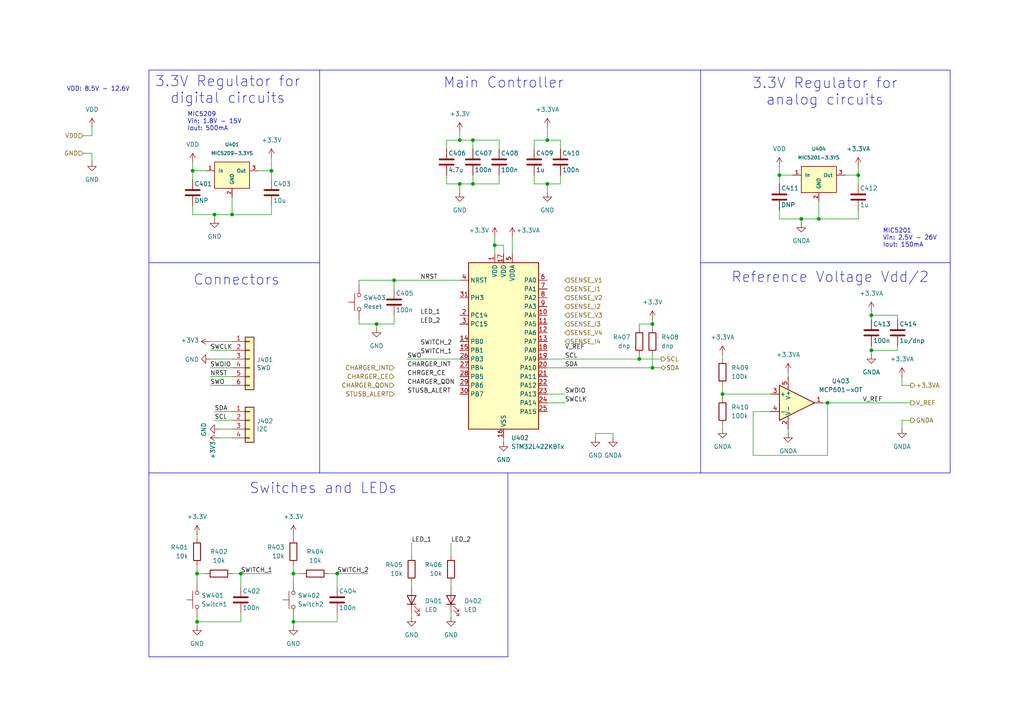
<source format=kicad_sch>
(kicad_sch (version 20231120) (generator "eeschema") (generator_version "8.0")
  (paper "A4")
  (lib_symbols
    (symbol "Amplifier_Operational:MCP601-xOT" (pin_names (offset 0.127))
      (property "Reference" "U" (at -1.27 6.35 0))
      (property "Value" "MCP601-xOT" (at -1.27 3.81 0))
      (symbol "MCP601-xOT_0_1"
        (polyline (pts (xy -5.08 5.08) (xy 5.08 0) (xy -5.08 -5.08) (xy -5.08 5.08)) (stroke (width 0.254)) (fill (type background)))
        (pin power_in line (at -2.54 -7.62 90) (length 3.81) (name "V-") (number "2"))
        (pin power_in line (at -2.54 7.62 270) (length 3.81) (name "V+") (number "5"))
      )
      (symbol "MCP601-xOT_1_1"
        (pin output line (at 7.62 0 180) (length 2.54) (name "~") (number "1"))
        (pin input line (at -7.62 2.54 0) (length 2.54) (name "+") (number "3"))
        (pin input line (at -7.62 -2.54 0) (length 2.54) (name "-") (number "4"))
      )
    )
    (symbol "Connector_Generic:Conn_01x04" (pin_names (offset 1.016) hide)
      (property "Reference" "J" (at 0 5.08 0))
      (property "Value" "Conn_01x04" (at 0 -7.62 0))
      (symbol "Conn_01x04_1_1"
        (rectangle (start -1.27 -4.953) (end 0 -5.207) (stroke (width 0.1524)))
        (rectangle (start -1.27 -2.413) (end 0 -2.667) (stroke (width 0.1524)))
        (rectangle (start -1.27 0.127) (end 0 -0.127) (stroke (width 0.1524)))
        (rectangle (start -1.27 2.667) (end 0 2.413) (stroke (width 0.1524)))
        (rectangle (start -1.27 3.81) (end 1.27 -6.35) (stroke (width 0.254)) (fill (type background)))
        (pin passive line (at -5.08 2.54 0) (length 3.81) (name "Pin_1") (number "1"))
        (pin passive line (at -5.08 0 0) (length 3.81) (name "Pin_2") (number "2"))
        (pin passive line (at -5.08 -2.54 0) (length 3.81) (name "Pin_3") (number "3"))
        (pin passive line (at -5.08 -5.08 0) (length 3.81) (name "Pin_4") (number "4"))
      )
    )
    (symbol "Connector_Generic:Conn_01x06" (pin_names (offset 1.016) hide)
      (property "Reference" "J" (at 0 7.62 0))
      (property "Value" "Conn_01x06" (at 0 -10.16 0))
      (symbol "Conn_01x06_1_1"
        (rectangle (start -1.27 -7.493) (end 0 -7.747) (stroke (width 0.1524)))
        (rectangle (start -1.27 -4.953) (end 0 -5.207) (stroke (width 0.1524)))
        (rectangle (start -1.27 -2.413) (end 0 -2.667) (stroke (width 0.1524)))
        (rectangle (start -1.27 0.127) (end 0 -0.127) (stroke (width 0.1524)))
        (rectangle (start -1.27 2.667) (end 0 2.413) (stroke (width 0.1524)))
        (rectangle (start -1.27 5.207) (end 0 4.953) (stroke (width 0.1524)))
        (rectangle (start -1.27 6.35) (end 1.27 -8.89) (stroke (width 0.254)) (fill (type background)))
        (pin passive line (at -5.08 5.08 0) (length 3.81) (name "Pin_1") (number "1"))
        (pin passive line (at -5.08 2.54 0) (length 3.81) (name "Pin_2") (number "2"))
        (pin passive line (at -5.08 0 0) (length 3.81) (name "Pin_3") (number "3"))
        (pin passive line (at -5.08 -2.54 0) (length 3.81) (name "Pin_4") (number "4"))
        (pin passive line (at -5.08 -5.08 0) (length 3.81) (name "Pin_5") (number "5"))
        (pin passive line (at -5.08 -7.62 0) (length 3.81) (name "Pin_6") (number "6"))
      )
    )
    (symbol "Device:C" (pin_numbers hide) (pin_names (offset 0.254))
      (property "Reference" "C" (at 0.635 2.54 0))
      (property "Value" "C" (at 0.635 -2.54 0))
      (symbol "C_0_1"
        (polyline (pts (xy -2.032 -0.762) (xy 2.032 -0.762)) (stroke (width 0.508)))
        (polyline (pts (xy -2.032 0.762) (xy 2.032 0.762)) (stroke (width 0.508)))
      )
      (symbol "C_1_1"
        (pin passive line (at 0 3.81 270) (length 2.794) (name "~") (number "1"))
        (pin passive line (at 0 -3.81 90) (length 2.794) (name "~") (number "2"))
      )
    )
    (symbol "Device:LED" (pin_numbers hide) (pin_names (offset 1.016) hide)
      (property "Reference" "D" (at 0 2.54 0))
      (property "Value" "LED" (at 0 -2.54 0))
      (symbol "LED_0_1"
        (polyline (pts (xy -1.27 -1.27) (xy -1.27 1.27)) (stroke (width 0.254)))
        (polyline (pts (xy -1.27 0) (xy 1.27 0)))
        (polyline (pts (xy 1.27 -1.27) (xy 1.27 1.27) (xy -1.27 0) (xy 1.27 -1.27)) (stroke (width 0.254)))
        (polyline (pts (xy -3.048 -0.762) (xy -4.572 -2.286) (xy -3.81 -2.286) (xy -4.572 -2.286) (xy -4.572 -1.524)))
        (polyline (pts (xy -1.778 -0.762) (xy -3.302 -2.286) (xy -2.54 -2.286) (xy -3.302 -2.286) (xy -3.302 -1.524)))
      )
      (symbol "LED_1_1"
        (pin passive line (at -3.81 0 0) (length 2.54) (name "K") (number "1"))
        (pin passive line (at 3.81 0 180) (length 2.54) (name "A") (number "2"))
      )
    )
    (symbol "Device:R" (pin_numbers hide) (pin_names (offset 0))
      (property "Reference" "R" (at 2.032 0 90))
      (property "Value" "R" (at 0 0 90))
      (symbol "R_0_1"
        (rectangle (start -1.016 -2.54) (end 1.016 2.54) (stroke (width 0.254)))
      )
      (symbol "R_1_1"
        (pin passive line (at 0 3.81 270) (length 1.27) (name "~") (number "1"))
        (pin passive line (at 0 -3.81 90) (length 1.27) (name "~") (number "2"))
      )
    )
    (symbol "EnvSensor-v2-rescue:+3.3V-power" (power) (pin_names (offset 0))
      (property "Value" "+3.3V-power" (at 0 3.556 0))
      (symbol "+3.3V-power_0_1"
        (polyline (pts (xy -0.762 1.27) (xy 0 2.54)))
        (polyline (pts (xy 0 0) (xy 0 2.54)))
        (polyline (pts (xy 0 2.54) (xy 0.762 1.27)))
      )
      (symbol "+3.3V-power_1_1"
        (pin power_in line (at 0 0 90) (length 0) hide (name "+3V3") (number "1"))
      )
    )
    (symbol "MCU_ST_STM32L4:STM32L422KBTx"
      (property "Reference" "U" (at -10.16 26.67 0))
      (property "Value" "STM32L422KBTx" (at 5.08 26.67 0))
      (symbol "STM32L422KBTx_0_1"
        (rectangle (start -10.16 -22.86) (end 10.16 25.4) (stroke (width 0.254)) (fill (type background)))
      )
      (symbol "STM32L422KBTx_1_1"
        (pin power_in line (at -2.54 27.94 270) (length 2.54) (name "VDD") (number "1"))
        (pin bidirectional line (at 12.7 10.16 180) (length 2.54) (name "PA4") (number "10"))
        (pin bidirectional line (at 12.7 7.62 180) (length 2.54) (name "PA5") (number "11"))
        (pin bidirectional line (at 12.7 5.08 180) (length 2.54) (name "PA6") (number "12"))
        (pin bidirectional line (at 12.7 2.54 180) (length 2.54) (name "PA7") (number "13"))
        (pin bidirectional line (at -12.7 2.54 0) (length 2.54) (name "PB0") (number "14"))
        (pin bidirectional line (at -12.7 0 0) (length 2.54) (name "PB1") (number "15"))
        (pin power_in line (at 0 -25.4 90) (length 2.54) (name "VSS") (number "16"))
        (pin power_in line (at 0 27.94 270) (length 2.54) (name "VDD") (number "17"))
        (pin bidirectional line (at 12.7 0 180) (length 2.54) (name "PA8") (number "18"))
        (pin bidirectional line (at 12.7 -2.54 180) (length 2.54) (name "PA9") (number "19"))
        (pin bidirectional line (at -12.7 10.16 0) (length 2.54) (name "PC14") (number "2"))
        (pin bidirectional line (at 12.7 -5.08 180) (length 2.54) (name "PA10") (number "20"))
        (pin bidirectional line (at 12.7 -7.62 180) (length 2.54) (name "PA11") (number "21"))
        (pin bidirectional line (at 12.7 -10.16 180) (length 2.54) (name "PA12") (number "22"))
        (pin bidirectional line (at 12.7 -12.7 180) (length 2.54) (name "PA13") (number "23"))
        (pin bidirectional line (at 12.7 -15.24 180) (length 2.54) (name "PA14") (number "24"))
        (pin bidirectional line (at 12.7 -17.78 180) (length 2.54) (name "PA15") (number "25"))
        (pin bidirectional line (at -12.7 -2.54 0) (length 2.54) (name "PB3") (number "26"))
        (pin bidirectional line (at -12.7 -5.08 0) (length 2.54) (name "PB4") (number "27"))
        (pin bidirectional line (at -12.7 -7.62 0) (length 2.54) (name "PB5") (number "28"))
        (pin bidirectional line (at -12.7 -10.16 0) (length 2.54) (name "PB6") (number "29"))
        (pin bidirectional line (at -12.7 7.62 0) (length 2.54) (name "PC15") (number "3"))
        (pin bidirectional line (at -12.7 -12.7 0) (length 2.54) (name "PB7") (number "30"))
        (pin bidirectional line (at -12.7 15.24 0) (length 2.54) (name "PH3") (number "31"))
        (pin passive line (at 0 -25.4 90) (length 2.54) hide (name "VSS") (number "32"))
        (pin input line (at -12.7 20.32 0) (length 2.54) (name "NRST") (number "4"))
        (pin power_in line (at 2.54 27.94 270) (length 2.54) (name "VDDA") (number "5"))
        (pin bidirectional line (at 12.7 20.32 180) (length 2.54) (name "PA0") (number "6"))
        (pin bidirectional line (at 12.7 17.78 180) (length 2.54) (name "PA1") (number "7"))
        (pin bidirectional line (at 12.7 15.24 180) (length 2.54) (name "PA2") (number "8"))
        (pin bidirectional line (at 12.7 12.7 180) (length 2.54) (name "PA3") (number "9"))
      )
    )
    (symbol "Switch:SW_Push" (pin_numbers hide) (pin_names (offset 1.016) hide)
      (property "Reference" "SW" (at 1.27 2.54 0))
      (property "Value" "SW_Push" (at 0 -1.524 0))
      (symbol "SW_Push_0_1"
        (circle (center -2.032 0) (radius 0.508))
        (polyline (pts (xy 0 1.27) (xy 0 3.048)))
        (polyline (pts (xy 2.54 1.27) (xy -2.54 1.27)))
        (circle (center 2.032 0) (radius 0.508))
        (pin passive line (at -5.08 0 0) (length 2.54) (name "1") (number "1"))
        (pin passive line (at 5.08 0 180) (length 2.54) (name "2") (number "2"))
      )
    )
    (symbol "myLib:MIC5201" (pin_names (offset 1.016))
      (property "Reference" "U" (at 0.762 6.35 0))
      (property "Value" "MIC5201" (at 4.826 -6.35 0))
      (symbol "MIC5201_0_1"
        (polyline (pts (xy -5.08 5.08) (xy 5.08 5.08) (xy 5.08 -2.54) (xy -5.08 -2.54) (xy -5.08 5.08)) (stroke (width 0.2)) (fill (type background)))
      )
      (symbol "MIC5201_1_1"
        (pin power_in line (at -7.62 2.54 0) (length 2.54) (name "In") (number "1"))
        (pin power_in line (at 0 -5.08 90) (length 2.54) (name "GND") (number "2"))
        (pin output line (at 7.62 2.54 180) (length 2.54) (name "Out") (number "3"))
      )
    )
    (symbol "myLib:MIC520x-x.xYS" (pin_names (offset 1.016))
      (property "Reference" "U" (at 0.762 6.35 0))
      (property "Value" "MIC520x-x.xYS" (at 4.826 -6.35 0))
      (symbol "MIC520x-x.xYS_0_1"
        (polyline (pts (xy -5.08 5.08) (xy 5.08 5.08) (xy 5.08 -2.54) (xy -5.08 -2.54) (xy -5.08 5.08)) (stroke (width 0.2)) (fill (type background)))
      )
      (symbol "MIC520x-x.xYS_1_1"
        (pin power_in line (at -7.62 2.54 0) (length 2.54) (name "In") (number "1"))
        (pin power_in line (at 0 -5.08 90) (length 2.54) (name "GND") (number "2"))
        (pin output line (at 7.62 2.54 180) (length 2.54) (name "Out") (number "3"))
      )
    )
    (symbol "power:+3.3V" (power) (pin_numbers hide) (pin_names (offset 0) hide)
      (property "Value" "+3.3V" (at 0 3.556 0))
      (symbol "+3.3V_0_1"
        (polyline (pts (xy -0.762 1.27) (xy 0 2.54)))
        (polyline (pts (xy 0 0) (xy 0 2.54)))
        (polyline (pts (xy 0 2.54) (xy 0.762 1.27)))
      )
      (symbol "+3.3V_1_1"
        (pin power_in line (at 0 0 90) (length 0) (name "~") (number "1"))
      )
    )
    (symbol "power:+3.3VA" (power) (pin_numbers hide) (pin_names (offset 0) hide)
      (property "Value" "+3.3VA" (at 0 3.556 0))
      (symbol "+3.3VA_0_1"
        (polyline (pts (xy -0.762 1.27) (xy 0 2.54)))
        (polyline (pts (xy 0 0) (xy 0 2.54)))
        (polyline (pts (xy 0 2.54) (xy 0.762 1.27)))
      )
      (symbol "+3.3VA_1_1"
        (pin power_in line (at 0 0 90) (length 0) (name "~") (number "1"))
      )
    )
    (symbol "power:GND" (power) (pin_numbers hide) (pin_names (offset 0) hide)
      (property "Value" "GND" (at 0 -3.81 0))
      (symbol "GND_0_1"
        (polyline (pts (xy 0 0) (xy 0 -1.27) (xy 1.27 -1.27) (xy 0 -2.54) (xy -1.27 -1.27) (xy 0 -1.27)))
      )
      (symbol "GND_1_1"
        (pin power_in line (at 0 0 270) (length 0) (name "~") (number "1"))
      )
    )
    (symbol "power:GNDA" (power) (pin_numbers hide) (pin_names (offset 0) hide)
      (property "Value" "GNDA" (at 0 -3.81 0))
      (symbol "GNDA_0_1"
        (polyline (pts (xy 0 0) (xy 0 -1.27) (xy 1.27 -1.27) (xy 0 -2.54) (xy -1.27 -1.27) (xy 0 -1.27)))
      )
      (symbol "GNDA_1_1"
        (pin power_in line (at 0 0 270) (length 0) (name "~") (number "1"))
      )
    )
    (symbol "power:VDD" (power) (pin_numbers hide) (pin_names (offset 0) hide)
      (property "Value" "VDD" (at 0 3.556 0))
      (symbol "VDD_0_1"
        (polyline (pts (xy -0.762 1.27) (xy 0 2.54)))
        (polyline (pts (xy 0 0) (xy 0 2.54)))
        (polyline (pts (xy 0 2.54) (xy 0.762 1.27)))
      )
      (symbol "VDD_1_1"
        (pin power_in line (at 0 0 90) (length 0) (name "~") (number "1"))
      )
    )
  )
  (junction (at 114.3 81.28))
  (junction (at 109.22 93.98))
  (junction (at 209.55 114.3))
  (junction (at 69.85 166.37))
  (junction (at 143.51 71.12))
  (junction (at 240.03 116.84))
  (junction (at 55.88 49.53))
  (junction (at 137.16 53.34))
  (junction (at 252.73 91.44))
  (junction (at 248.92 50.8))
  (junction (at 189.23 106.68))
  (junction (at 232.41 63.5))
  (junction (at 237.49 63.5))
  (junction (at 133.35 40.64))
  (junction (at 133.35 53.34))
  (junction (at 67.31 62.23))
  (junction (at 189.23 93.98))
  (junction (at 226.06 50.8))
  (junction (at 97.79 166.37))
  (junction (at 158.75 53.34))
  (junction (at 158.75 40.64))
  (junction (at 85.09 166.37))
  (junction (at 252.73 101.6))
  (junction (at 57.15 180.34))
  (junction (at 57.15 166.37))
  (junction (at 85.09 180.34))
  (junction (at 185.42 104.14))
  (junction (at 78.74 49.53))
  (junction (at 62.23 62.23))
  (junction (at 137.16 40.64))
  (wire (pts (xy 119.38 168.91) (xy 119.38 170.18)))
  (wire (pts (xy 158.75 53.34) (xy 158.75 55.88)))
  (wire (pts (xy 78.74 62.23) (xy 78.74 59.69)))
  (polyline (pts (xy 203.2 76.2) (xy 275.59 76.2)))
  (wire (pts (xy 119.38 177.8) (xy 119.38 179.07)))
  (wire (pts (xy 158.75 106.68) (xy 189.23 106.68)))
  (wire (pts (xy 130.81 168.91) (xy 130.81 170.18)))
  (wire (pts (xy 177.8 125.73) (xy 177.8 127)))
  (wire (pts (xy 209.55 111.76) (xy 209.55 114.3)))
  (wire (pts (xy 237.49 58.42) (xy 237.49 63.5)))
  (wire (pts (xy 57.15 154.94) (xy 57.15 156.21)))
  (wire (pts (xy 154.94 50.8) (xy 154.94 53.34)))
  (wire (pts (xy 63.5 124.46) (xy 67.31 124.46)))
  (wire (pts (xy 218.44 132.08) (xy 218.44 119.38)))
  (polyline (pts (xy 275.59 137.16) (xy 203.2 137.16)))
  (wire (pts (xy 144.78 40.64) (xy 144.78 43.18)))
  (wire (pts (xy 237.49 63.5) (xy 248.92 63.5)))
  (wire (pts (xy 133.35 40.64) (xy 137.16 40.64)))
  (wire (pts (xy 57.15 166.37) (xy 57.15 168.91)))
  (wire (pts (xy 63.5 127) (xy 67.31 127)))
  (polyline (pts (xy 43.18 76.2) (xy 92.71 76.2)))
  (polyline (pts (xy 92.71 20.32) (xy 43.18 20.32)))
  (wire (pts (xy 55.88 59.69) (xy 55.88 62.23)))
  (wire (pts (xy 248.92 48.26) (xy 248.92 50.8)))
  (polyline (pts (xy 92.71 62.23) (xy 92.71 137.16)))
  (wire (pts (xy 104.14 82.55) (xy 104.14 81.28)))
  (polyline (pts (xy 43.18 20.32) (xy 43.18 76.2)))
  (wire (pts (xy 252.73 100.33) (xy 252.73 101.6)))
  (wire (pts (xy 69.85 177.8) (xy 69.85 180.34)))
  (wire (pts (xy 154.94 43.18) (xy 154.94 40.64)))
  (polyline (pts (xy 203.2 20.32) (xy 275.59 20.32)))
  (wire (pts (xy 209.55 114.3) (xy 209.55 115.57)))
  (wire (pts (xy 162.56 50.8) (xy 162.56 53.34)))
  (wire (pts (xy 238.76 116.84) (xy 240.03 116.84)))
  (wire (pts (xy 133.35 38.1) (xy 133.35 40.64)))
  (wire (pts (xy 133.35 53.34) (xy 133.35 55.88)))
  (wire (pts (xy 57.15 180.34) (xy 57.15 181.61)))
  (wire (pts (xy 172.72 127) (xy 172.72 125.73)))
  (wire (pts (xy 137.16 50.8) (xy 137.16 53.34)))
  (wire (pts (xy 146.05 71.12) (xy 146.05 73.66)))
  (wire (pts (xy 55.88 49.53) (xy 55.88 52.07)))
  (wire (pts (xy 60.96 104.14) (xy 67.31 104.14)))
  (wire (pts (xy 209.55 114.3) (xy 223.52 114.3)))
  (wire (pts (xy 252.73 101.6) (xy 260.35 101.6)))
  (wire (pts (xy 60.96 101.6) (xy 67.31 101.6)))
  (wire (pts (xy 209.55 102.87) (xy 209.55 104.14)))
  (wire (pts (xy 97.79 177.8) (xy 97.79 180.34)))
  (wire (pts (xy 62.23 62.23) (xy 67.31 62.23)))
  (wire (pts (xy 146.05 127) (xy 146.05 128.27)))
  (wire (pts (xy 78.74 45.72) (xy 78.74 49.53)))
  (wire (pts (xy 114.3 81.28) (xy 133.35 81.28)))
  (wire (pts (xy 252.73 91.44) (xy 252.73 92.71)))
  (wire (pts (xy 69.85 166.37) (xy 78.74 166.37)))
  (wire (pts (xy 154.94 40.64) (xy 158.75 40.64)))
  (wire (pts (xy 158.75 36.83) (xy 158.75 40.64)))
  (wire (pts (xy 252.73 90.17) (xy 252.73 91.44)))
  (wire (pts (xy 261.62 124.46) (xy 261.62 121.92)))
  (polyline (pts (xy 147.32 190.5) (xy 147.32 137.16)))
  (wire (pts (xy 114.3 93.98) (xy 114.3 91.44)))
  (wire (pts (xy 185.42 93.98) (xy 189.23 93.98)))
  (wire (pts (xy 130.81 157.48) (xy 130.81 161.29)))
  (wire (pts (xy 97.79 166.37) (xy 106.68 166.37)))
  (wire (pts (xy 60.96 111.76) (xy 67.31 111.76)))
  (wire (pts (xy 158.75 116.84) (xy 163.83 116.84)))
  (polyline (pts (xy 203.2 20.32) (xy 92.71 20.32)))
  (wire (pts (xy 62.23 119.38) (xy 67.31 119.38)))
  (polyline (pts (xy 275.59 20.32) (xy 275.59 76.2)))
  (wire (pts (xy 172.72 125.73) (xy 177.8 125.73)))
  (wire (pts (xy 118.11 104.14) (xy 133.35 104.14)))
  (wire (pts (xy 185.42 102.87) (xy 185.42 104.14)))
  (wire (pts (xy 248.92 63.5) (xy 248.92 60.96)))
  (wire (pts (xy 129.54 50.8) (xy 129.54 53.34)))
  (polyline (pts (xy 43.18 190.5) (xy 147.32 190.5)))
  (wire (pts (xy 109.22 93.98) (xy 109.22 95.25)))
  (polyline (pts (xy 92.71 20.32) (xy 92.71 62.23)))
  (wire (pts (xy 245.11 50.8) (xy 248.92 50.8)))
  (wire (pts (xy 252.73 101.6) (xy 252.73 102.87)))
  (wire (pts (xy 185.42 104.14) (xy 191.77 104.14)))
  (wire (pts (xy 55.88 46.99) (xy 55.88 49.53)))
  (wire (pts (xy 228.6 107.95) (xy 228.6 109.22)))
  (wire (pts (xy 129.54 43.18) (xy 129.54 40.64)))
  (polyline (pts (xy 275.59 76.2) (xy 275.59 137.16)))
  (wire (pts (xy 85.09 179.07) (xy 85.09 180.34)))
  (wire (pts (xy 154.94 53.34) (xy 158.75 53.34)))
  (wire (pts (xy 130.81 177.8) (xy 130.81 179.07)))
  (wire (pts (xy 104.14 93.98) (xy 109.22 93.98)))
  (wire (pts (xy 62.23 121.92) (xy 67.31 121.92)))
  (polyline (pts (xy 43.18 137.16) (xy 92.71 137.16)))
  (wire (pts (xy 260.35 91.44) (xy 252.73 91.44)))
  (wire (pts (xy 62.23 62.23) (xy 62.23 63.5)))
  (wire (pts (xy 129.54 53.34) (xy 133.35 53.34)))
  (wire (pts (xy 143.51 73.66) (xy 143.51 71.12)))
  (wire (pts (xy 261.62 121.92) (xy 264.16 121.92)))
  (wire (pts (xy 143.51 68.58) (xy 143.51 71.12)))
  (wire (pts (xy 26.67 36.83) (xy 26.67 39.37)))
  (wire (pts (xy 85.09 180.34) (xy 97.79 180.34)))
  (wire (pts (xy 133.35 53.34) (xy 137.16 53.34)))
  (wire (pts (xy 55.88 62.23) (xy 62.23 62.23)))
  (polyline (pts (xy 92.71 137.16) (xy 203.2 137.16)))
  (wire (pts (xy 260.35 92.71) (xy 260.35 91.44)))
  (wire (pts (xy 85.09 166.37) (xy 85.09 168.91)))
  (wire (pts (xy 226.06 50.8) (xy 226.06 53.34)))
  (wire (pts (xy 240.03 116.84) (xy 264.16 116.84)))
  (wire (pts (xy 57.15 166.37) (xy 59.69 166.37)))
  (wire (pts (xy 232.41 63.5) (xy 237.49 63.5)))
  (wire (pts (xy 114.3 81.28) (xy 114.3 83.82)))
  (wire (pts (xy 158.75 40.64) (xy 162.56 40.64)))
  (wire (pts (xy 218.44 132.08) (xy 240.03 132.08)))
  (polyline (pts (xy 43.18 76.2) (xy 43.18 137.16)))
  (wire (pts (xy 26.67 46.99) (xy 26.67 44.45)))
  (wire (pts (xy 189.23 106.68) (xy 191.77 106.68)))
  (wire (pts (xy 60.96 106.68) (xy 67.31 106.68)))
  (wire (pts (xy 158.75 104.14) (xy 185.42 104.14)))
  (wire (pts (xy 137.16 40.64) (xy 137.16 43.18)))
  (wire (pts (xy 119.38 157.48) (xy 119.38 161.29)))
  (wire (pts (xy 95.25 166.37) (xy 97.79 166.37)))
  (wire (pts (xy 185.42 95.25) (xy 185.42 93.98)))
  (wire (pts (xy 109.22 93.98) (xy 114.3 93.98)))
  (wire (pts (xy 26.67 39.37) (xy 24.13 39.37)))
  (polyline (pts (xy 203.2 76.2) (xy 203.2 137.16)))
  (wire (pts (xy 226.06 60.96) (xy 226.06 63.5)))
  (wire (pts (xy 85.09 154.94) (xy 85.09 156.21)))
  (wire (pts (xy 85.09 180.34) (xy 85.09 181.61)))
  (wire (pts (xy 260.35 100.33) (xy 260.35 101.6)))
  (wire (pts (xy 57.15 179.07) (xy 57.15 180.34)))
  (wire (pts (xy 218.44 119.38) (xy 223.52 119.38)))
  (wire (pts (xy 189.23 93.98) (xy 189.23 95.25)))
  (wire (pts (xy 60.96 99.06) (xy 67.31 99.06)))
  (wire (pts (xy 74.93 49.53) (xy 78.74 49.53)))
  (wire (pts (xy 69.85 166.37) (xy 69.85 170.18)))
  (wire (pts (xy 137.16 40.64) (xy 144.78 40.64)))
  (wire (pts (xy 57.15 180.34) (xy 69.85 180.34)))
  (wire (pts (xy 104.14 81.28) (xy 114.3 81.28)))
  (wire (pts (xy 148.59 68.58) (xy 148.59 73.66)))
  (wire (pts (xy 162.56 40.64) (xy 162.56 43.18)))
  (wire (pts (xy 248.92 50.8) (xy 248.92 53.34)))
  (wire (pts (xy 97.79 166.37) (xy 97.79 170.18)))
  (wire (pts (xy 240.03 116.84) (xy 240.03 132.08)))
  (wire (pts (xy 57.15 163.83) (xy 57.15 166.37)))
  (wire (pts (xy 85.09 163.83) (xy 85.09 166.37)))
  (wire (pts (xy 143.51 71.12) (xy 146.05 71.12)))
  (wire (pts (xy 226.06 50.8) (xy 229.87 50.8)))
  (wire (pts (xy 60.96 109.22) (xy 67.31 109.22)))
  (wire (pts (xy 67.31 62.23) (xy 78.74 62.23)))
  (wire (pts (xy 261.62 109.22) (xy 261.62 111.76)))
  (wire (pts (xy 158.75 53.34) (xy 162.56 53.34)))
  (wire (pts (xy 55.88 49.53) (xy 59.69 49.53)))
  (wire (pts (xy 144.78 53.34) (xy 144.78 50.8)))
  (wire (pts (xy 129.54 40.64) (xy 133.35 40.64)))
  (wire (pts (xy 261.62 111.76) (xy 264.16 111.76)))
  (wire (pts (xy 104.14 92.71) (xy 104.14 93.98)))
  (wire (pts (xy 189.23 92.71) (xy 189.23 93.98)))
  (wire (pts (xy 189.23 102.87) (xy 189.23 106.68)))
  (polyline (pts (xy 203.2 76.2) (xy 203.2 20.32)))
  (wire (pts (xy 85.09 166.37) (xy 87.63 166.37)))
  (polyline (pts (xy 43.18 137.16) (xy 43.18 190.5)))
  (wire (pts (xy 26.67 44.45) (xy 24.13 44.45)))
  (wire (pts (xy 158.75 114.3) (xy 163.83 114.3)))
  (wire (pts (xy 67.31 57.15) (xy 67.31 62.23)))
  (wire (pts (xy 232.41 63.5) (xy 232.41 64.77)))
  (wire (pts (xy 209.55 123.19) (xy 209.55 124.46)))
  (wire (pts (xy 226.06 63.5) (xy 232.41 63.5)))
  (wire (pts (xy 137.16 53.34) (xy 144.78 53.34)))
  (wire (pts (xy 228.6 124.46) (xy 228.6 125.73)))
  (wire (pts (xy 78.74 49.53) (xy 78.74 52.07)))
  (wire (pts (xy 67.31 166.37) (xy 69.85 166.37)))
  (wire (pts (xy 226.06 48.26) (xy 226.06 50.8)))
  (text "Main Controller" (at 146.05 24.13 0) (effects (font (size 3 3))))
  (text "Connectors" (at 68.58 81.28 0) (effects (font (size 3 3))))
  (text "MIC5209\nVin: 1.8V - 15V\nIout: 500mA" (at 54.356 32.512 0) (effects (font (size 1.27 1.27)) (justify left top)))
  (text "Reference Voltage Vdd/2" (at 240.792 80.518 0) (effects (font (size 3 3))))
  (text "MIC5201\nVin: 2.5V - 26V\nIout: 150mA" (at 256.032 66.294 0) (effects (font (size 1.27 1.27)) (justify left top)))
  (text "Switches and LEDs" (at 93.726 141.732 0) (effects (font (size 3 3))))
  (text "3.3V Regulator for\ndigital circuits" (at 66.04 26.162 0) (effects (font (size 3 3))))
  (text "VDD: 8.5V - 12.6V" (at 19.304 25.146 0) (effects (font (size 1.27 1.27)) (justify left top)))
  (text "3.3V Regulator for\nanalog circuits" (at 239.268 26.67 0) (effects (font (size 3 3))))
  (label "SWCLK" (at 163.83 116.84 0))
  (label "NRST" (at 60.96 109.22 0))
  (label "SDA" (at 62.23 119.38 0))
  (label "SDA" (at 163.83 106.68 0))
  (label "SWCLK" (at 60.96 101.6 0))
  (label "LED_2" (at 121.92 93.98 0))
  (label "V_REF" (at 163.83 101.6 0))
  (label "NRST" (at 121.92 81.28 0))
  (label "CHARGER_INT" (at 118.11 106.68 0))
  (label "LED_2" (at 130.81 157.48 0))
  (label "SWITCH_1" (at 121.92 102.87 0))
  (label "STUSB_ALERT" (at 118.11 114.3 0))
  (label "SCL" (at 163.83 104.14 0))
  (label "SCL" (at 62.23 121.92 0))
  (label "V_REF" (at 250.19 116.84 0))
  (label "SWO" (at 60.96 111.76 0))
  (label "SWDIO" (at 60.96 106.68 0))
  (label "SWITCH_2" (at 97.79 166.37 0))
  (label "LED_1" (at 119.38 157.48 0))
  (label "SWDIO" (at 163.83 114.3 0))
  (label "CHRGER_CE" (at 118.11 109.22 0))
  (label "SWITCH_1" (at 69.85 166.37 0))
  (label "LED_1" (at 121.92 91.44 0))
  (label "CHARGER_QON" (at 118.11 111.76 0))
  (label "SWO" (at 118.11 104.14 0))
  (label "SWITCH_2" (at 121.92 100.33 0))
  (hierarchical_label "SENSE_I4" (shape input) (at 163.83 99.06 0))
  (hierarchical_label "SENSE_I1" (shape input) (at 163.83 83.82 0))
  (hierarchical_label "+3.3VA" (shape output) (at 264.16 111.76 0))
  (hierarchical_label "CHARGER_CE" (shape input) (at 114.3 109.22 180))
  (hierarchical_label "SENSE_V3" (shape input) (at 163.83 91.44 0))
  (hierarchical_label "GNDA" (shape output) (at 264.16 121.92 0))
  (hierarchical_label "CHARGER_QON" (shape input) (at 114.3 111.76 180))
  (hierarchical_label "SENSE_I2" (shape input) (at 163.83 88.9 0))
  (hierarchical_label "SDA" (shape bidirectional) (at 191.77 106.68 0))
  (hierarchical_label "SENSE_V2" (shape input) (at 163.83 86.36 0))
  (hierarchical_label "SENSE_V4" (shape input) (at 163.83 96.52 0))
  (hierarchical_label "V_REF" (shape output) (at 264.16 116.84 0))
  (hierarchical_label "CHARGER_INT" (shape input) (at 114.3 106.68 180))
  (hierarchical_label "STUSB_ALERT" (shape input) (at 114.3 114.3 180))
  (hierarchical_label "GND" (shape input) (at 24.13 44.45 180))
  (hierarchical_label "SENSE_I3" (shape input) (at 163.83 93.98 0))
  (hierarchical_label "VDD" (shape input) (at 24.13 39.37 180))
  (hierarchical_label "SCL" (shape output) (at 191.77 104.14 0))
  (hierarchical_label "SENSE_V1" (shape input) (at 163.83 81.28 0))
  (symbol (lib_id "power:GND") (at 63.5 124.46 270) (unit 1)
    (property "Reference" "#PWR0409" (effects (hide yes)))
    (property "Value" "GND" (at 59.1058 124.587 0))
  )
  (symbol (lib_id "Device:C") (at 129.54 46.99 0) (unit 1)
    (property "Reference" "C406" (at 130.048 44.45 0) (effects (justify left)))
    (property "Value" "4.7u" (at 130.048 49.276 0) (effects (justify left)))
    (property "Description" "Unpolarized capacitor" (effects (hide yes)))
  )
  (symbol (lib_id "Switch:SW_Push") (at 85.09 173.99 90) (unit 1)
    (property "Reference" "SW402" (at 86.36 172.7199 90) (effects (justify right)))
    (property "Value" "Switch2" (at 86.36 175.2599 90) (effects (justify right)))
    (property "Description" "Push button switch, generic, two pins" (effects (hide yes)))
  )
  (symbol (lib_id "Connector_Generic:Conn_01x06") (at 72.39 104.14 0) (unit 1)
    (property "Reference" "J401" (at 74.422 104.3432 0) (effects (justify left)))
    (property "Value" "SWD" (at 74.422 106.6546 0) (effects (justify left)))
    (property "Footprint" "Connector_JST:JST_PH_S6B-PH-SM4-TB_1x06-1MP_P2.00mm_Horizontal" (effects (hide yes)))
  )
  (symbol (lib_id "power:GNDA") (at 209.55 124.46 0) (unit 1)
    (property "Reference" "#PWR0428" (effects (hide yes)))
    (property "Value" "GNDA" (at 209.55 129.54 0))
    (property "Description" "Power symbol creates a global label with name \"GNDA\" , analog ground" (effects (hide yes)))
  )
  (symbol (lib_id "Device:C") (at 252.73 96.52 0) (unit 1)
    (property "Reference" "C413" (at 253.238 93.98 0) (effects (justify left)))
    (property "Value" "100n" (at 253.238 98.806 0) (effects (justify left)))
    (property "Description" "Unpolarized capacitor" (effects (hide yes)))
  )
  (symbol (lib_id "power:+3.3VA") (at 252.73 90.17 0) (unit 1)
    (property "Reference" "#PWR0434" (effects (hide yes)))
    (property "Value" "+3.3VA" (at 252.73 85.09 0))
    (property "Description" "Power symbol creates a global label with name \"+3.3VA\"" (effects (hide yes)))
  )
  (symbol (lib_id "power:+3.3VA") (at 148.59 68.58 0) (unit 1)
    (property "Reference" "#PWR0421" (effects (hide yes)))
    (property "Value" "+3.3VA" (at 153.162 66.802 0))
    (property "Description" "Power symbol creates a global label with name \"+3.3VA\"" (effects (hide yes)))
  )
  (symbol (lib_id "power:+3.3V") (at 133.35 38.1 0) (unit 1)
    (property "Reference" "#PWR0417" (effects (hide yes)))
    (property "Value" "+3.3V" (at 133.35 33.02 0))
    (property "Description" "Power symbol creates a global label with name \"+3.3V\"" (effects (hide yes)))
  )
  (symbol (lib_id "Device:R") (at 85.09 160.02 0) (mirror y) (unit 1)
    (property "Reference" "R403" (at 82.55 158.7499 0) (effects (justify left)))
    (property "Value" "10k" (at 82.55 161.2899 0) (effects (justify left)))
    (property "Description" "Resistor" (effects (hide yes)))
  )
  (symbol (lib_id "power:GND") (at 146.05 128.27 0) (unit 1)
    (property "Reference" "#PWR0420" (effects (hide yes)))
    (property "Value" "GND" (at 146.05 133.35 0))
    (property "Description" "Power symbol creates a global label with name \"GND\" , ground" (effects (hide yes)))
  )
  (symbol (lib_id "EnvSensor-v2-rescue:+3.3V-power") (at 60.96 99.06 90) (unit 1)
    (property "Reference" "#PWR0406" (effects (hide yes)))
    (property "Value" "+3V3" (at 57.7088 98.679 90) (effects (justify left)))
  )
  (symbol (lib_id "power:GNDA") (at 252.73 102.87 0) (unit 1)
    (property "Reference" "#PWR0435" (effects (hide yes)))
    (property "Value" "GNDA" (at 252.73 107.95 0))
    (property "Description" "Power symbol creates a global label with name \"GNDA\" , analog ground" (effects (hide yes)))
  )
  (symbol (lib_id "Device:C") (at 55.88 55.88 0) (unit 1)
    (property "Reference" "C401" (at 56.388 53.34 0) (effects (justify left)))
    (property "Value" "DNP" (at 56.388 58.166 0) (effects (justify left)))
    (property "Description" "Unpolarized capacitor" (effects (hide yes)))
  )
  (symbol (lib_id "Switch:SW_Push") (at 57.15 173.99 90) (unit 1)
    (property "Reference" "SW401" (at 58.42 172.7199 90) (effects (justify right)))
    (property "Value" "Switch1" (at 58.42 175.2599 90) (effects (justify right)))
    (property "Description" "Push button switch, generic, two pins" (effects (hide yes)))
  )
  (symbol (lib_id "EnvSensor-v2-rescue:+3.3V-power") (at 63.5 127 90) (unit 1)
    (property "Reference" "#PWR0410" (effects (hide yes)))
    (property "Value" "+3V3" (at 61.722 130.556 0))
  )
  (symbol (lib_id "power:VDD") (at 226.06 48.26 0) (unit 1)
    (property "Reference" "#PWR0429" (effects (hide yes)))
    (property "Value" "VDD" (at 226.06 43.18 0))
    (property "Description" "Power symbol creates a global label with name \"VDD\"" (effects (hide yes)))
  )
  (symbol (lib_id "power:+3.3VA") (at 158.75 36.83 0) (unit 1)
    (property "Reference" "#PWR0422" (effects (hide yes)))
    (property "Value" "+3.3VA" (at 158.75 31.75 0))
    (property "Description" "Power symbol creates a global label with name \"+3.3VA\"" (effects (hide yes)))
  )
  (symbol (lib_id "Device:C") (at 154.94 46.99 0) (unit 1)
    (property "Reference" "C409" (at 155.448 44.45 0) (effects (justify left)))
    (property "Value" "1u" (at 155.448 49.276 0) (effects (justify left)))
    (property "Description" "Unpolarized capacitor" (effects (hide yes)))
  )
  (symbol (lib_id "myLib:MIC5201") (at 237.49 53.34 0) (unit 1)
    (property "Reference" "U404" (at 237.49 43.18 0) (effects (font (size 1.016 1.016))))
    (property "Value" "MIC5201-3.3YS" (at 237.49 45.72 0) (effects (font (size 1.016 1.016))))
  )
  (symbol (lib_id "power:+3.3V") (at 78.74 45.72 0) (unit 1)
    (property "Reference" "#PWR0411" (effects (hide yes)))
    (property "Value" "+3.3V" (at 78.74 40.64 0))
    (property "Description" "Power symbol creates a global label with name \"+3.3V\"" (effects (hide yes)))
  )
  (symbol (lib_id "power:+3.3V") (at 85.09 154.94 0) (unit 1)
    (property "Reference" "#PWR0412" (effects (hide yes)))
    (property "Value" "+3.3V" (at 85.09 149.86 0))
    (property "Description" "Power symbol creates a global label with name \"+3.3V\"" (effects (hide yes)))
  )
  (symbol (lib_id "Device:R") (at 189.23 99.06 180) (unit 1)
    (property "Reference" "R408" (at 191.77 97.7899 0) (effects (justify right)))
    (property "Value" "dnp" (at 191.77 100.3299 0) (effects (justify right)))
    (property "Description" "Resistor" (effects (hide yes)))
  )
  (symbol (lib_id "power:GND") (at 60.96 104.14 270) (unit 1)
    (property "Reference" "#PWR0407" (effects (hide yes)))
    (property "Value" "GND" (at 57.7088 104.267 90) (effects (justify right)))
  )
  (symbol (lib_id "Device:C") (at 114.3 87.63 0) (unit 1)
    (property "Reference" "C405" (at 114.808 85.09 0) (effects (justify left)))
    (property "Value" "100n" (at 114.808 89.916 0) (effects (justify left)))
    (property "Description" "Unpolarized capacitor" (effects (hide yes)))
  )
  (symbol (lib_id "power:GND") (at 133.35 55.88 0) (unit 1)
    (property "Reference" "#PWR0418" (effects (hide yes)))
    (property "Value" "GND" (at 133.35 60.96 0))
    (property "Description" "Power symbol creates a global label with name \"GND\" , ground" (effects (hide yes)))
  )
  (symbol (lib_id "power:GND") (at 62.23 63.5 0) (unit 1)
    (property "Reference" "#PWR0408" (effects (hide yes)))
    (property "Value" "GND" (at 62.23 68.58 0))
    (property "Description" "Power symbol creates a global label with name \"GND\" , ground" (effects (hide yes)))
  )
  (symbol (lib_id "Device:C") (at 137.16 46.99 0) (unit 1)
    (property "Reference" "C407" (at 137.668 44.45 0) (effects (justify left)))
    (property "Value" "100n" (at 137.668 49.276 0) (effects (justify left)))
    (property "Description" "Unpolarized capacitor" (effects (hide yes)))
  )
  (symbol (lib_id "power:GND") (at 130.81 179.07 0) (unit 1)
    (property "Reference" "#PWR0416" (effects (hide yes)))
    (property "Value" "GND" (at 130.81 184.15 0))
    (property "Description" "Power symbol creates a global label with name \"GND\" , ground" (effects (hide yes)))
  )
  (symbol (lib_id "myLib:MIC520x-x.xYS") (at 67.31 52.07 0) (unit 1)
    (property "Reference" "U401" (at 67.31 41.91 0) (effects (font (size 1.016 1.016))))
    (property "Value" "MIC5209-3.3YS" (at 67.31 44.45 0) (effects (font (size 1.016 1.016))))
  )
  (symbol (lib_id "power:GNDA") (at 232.41 64.77 0) (unit 1)
    (property "Reference" "#PWR0432" (effects (hide yes)))
    (property "Value" "GNDA" (at 232.41 69.85 0))
    (property "Description" "Power symbol creates a global label with name \"GNDA\" , analog ground" (effects (hide yes)))
  )
  (symbol (lib_id "power:GND") (at 172.72 127 0) (unit 1)
    (property "Reference" "#PWR0424" (effects (hide yes)))
    (property "Value" "GND" (at 172.72 132.08 0))
    (property "Description" "Power symbol creates a global label with name \"GND\" , ground" (effects (hide yes)))
  )
  (symbol (lib_id "power:+3.3V") (at 57.15 154.94 0) (unit 1)
    (property "Reference" "#PWR0404" (effects (hide yes)))
    (property "Value" "+3.3V" (at 57.15 149.86 0))
    (property "Description" "Power symbol creates a global label with name \"+3.3V\"" (effects (hide yes)))
  )
  (symbol (lib_id "power:GND") (at 85.09 181.61 0) (unit 1)
    (property "Reference" "#PWR0413" (effects (hide yes)))
    (property "Value" "GND" (at 85.09 186.69 0))
    (property "Description" "Power symbol creates a global label with name \"GND\" , ground" (effects (hide yes)))
  )
  (symbol (lib_id "Device:C") (at 78.74 55.88 0) (unit 1)
    (property "Reference" "C403" (at 79.248 53.34 0) (effects (justify left)))
    (property "Value" "10u" (at 79.248 58.166 0) (effects (justify left)))
    (property "Description" "Unpolarized capacitor" (effects (hide yes)))
  )
  (symbol (lib_id "Device:C") (at 162.56 46.99 0) (unit 1)
    (property "Reference" "C410" (at 163.068 44.45 0) (effects (justify left)))
    (property "Value" "100n" (at 163.068 49.276 0) (effects (justify left)))
    (property "Description" "Unpolarized capacitor" (effects (hide yes)))
  )
  (symbol (lib_id "Device:LED") (at 119.38 173.99 90) (unit 1)
    (property "Reference" "D401" (at 123.19 174.3074 90) (effects (justify right)))
    (property "Value" "LED" (at 123.19 176.8474 90) (effects (justify right)))
    (property "Description" "Light emitting diode" (effects (hide yes)))
  )
  (symbol (lib_id "power:GND") (at 26.67 46.99 0) (unit 1)
    (property "Reference" "#PWR0402" (effects (hide yes)))
    (property "Value" "GND" (at 26.67 52.07 0))
    (property "Description" "Power symbol creates a global label with name \"GND\" , ground" (effects (hide yes)))
  )
  (symbol (lib_id "Connector_Generic:Conn_01x04") (at 72.39 121.92 0) (unit 1)
    (property "Reference" "J402" (at 74.422 122.1232 0) (effects (justify left)))
    (property "Value" "I2C" (at 74.422 124.4346 0) (effects (justify left)))
    (property "Footprint" "JPConnectors:PinSocket_1x04_P2.54mm_Horizontal_SMD" (effects (hide yes)))
  )
  (symbol (lib_id "power:GNDA") (at 228.6 125.73 0) (unit 1)
    (property "Reference" "#PWR0431" (effects (hide yes)))
    (property "Value" "GNDA" (at 228.6 130.81 0))
    (property "Description" "Power symbol creates a global label with name \"GNDA\" , analog ground" (effects (hide yes)))
  )
  (symbol (lib_id "power:+3.3V") (at 143.51 68.58 0) (unit 1)
    (property "Reference" "#PWR0419" (effects (hide yes)))
    (property "Value" "+3.3V" (at 138.938 66.802 0))
    (property "Description" "Power symbol creates a global label with name \"+3.3V\"" (effects (hide yes)))
  )
  (symbol (lib_id "power:GND") (at 119.38 179.07 0) (unit 1)
    (property "Reference" "#PWR0415" (effects (hide yes)))
    (property "Value" "GND" (at 119.38 184.15 0))
    (property "Description" "Power symbol creates a global label with name \"GND\" , ground" (effects (hide yes)))
  )
  (symbol (lib_id "Device:R") (at 209.55 119.38 0) (unit 1)
    (property "Reference" "R410" (at 212.09 118.1099 0) (effects (justify left)))
    (property "Value" "100k" (at 212.09 120.6499 0) (effects (justify left)))
    (property "Description" "Resistor" (effects (hide yes)))
  )
  (symbol (lib_id "Device:C") (at 69.85 173.99 0) (unit 1)
    (property "Reference" "C402" (at 70.358 171.45 0) (effects (justify left)))
    (property "Value" "100n" (at 70.358 176.276 0) (effects (justify left)))
    (property "Description" "Unpolarized capacitor" (effects (hide yes)))
  )
  (symbol (lib_id "power:VDD") (at 55.88 46.99 0) (unit 1)
    (property "Reference" "#PWR0403" (effects (hide yes)))
    (property "Value" "VDD" (at 55.88 41.91 0))
    (property "Description" "Power symbol creates a global label with name \"VDD\"" (effects (hide yes)))
  )
  (symbol (lib_id "Device:C") (at 97.79 173.99 0) (unit 1)
    (property "Reference" "C404" (at 98.298 171.45 0) (effects (justify left)))
    (property "Value" "100n" (at 98.298 176.276 0) (effects (justify left)))
    (property "Description" "Unpolarized capacitor" (effects (hide yes)))
  )
  (symbol (lib_id "power:GNDA") (at 261.62 124.46 0) (unit 1)
    (property "Reference" "#PWR0437" (effects (hide yes)))
    (property "Value" "GNDA" (at 261.62 129.54 0))
    (property "Description" "Power symbol creates a global label with name \"GNDA\" , analog ground" (effects (hide yes)))
  )
  (symbol (lib_id "Device:R") (at 209.55 107.95 0) (unit 1)
    (property "Reference" "R409" (at 212.09 106.6799 0) (effects (justify left)))
    (property "Value" "100k" (at 212.09 109.2199 0) (effects (justify left)))
    (property "Description" "Resistor" (effects (hide yes)))
  )
  (symbol (lib_id "power:GNDA") (at 177.8 127 0) (unit 1)
    (property "Reference" "#PWR0425" (effects (hide yes)))
    (property "Value" "GNDA" (at 177.8 132.08 0))
    (property "Description" "Power symbol creates a global label with name \"GNDA\" , analog ground" (effects (hide yes)))
  )
  (symbol (lib_id "power:+3.3VA") (at 248.92 48.26 0) (unit 1)
    (property "Reference" "#PWR0433" (effects (hide yes)))
    (property "Value" "+3.3VA" (at 248.92 43.18 0))
    (property "Description" "Power symbol creates a global label with name \"+3.3VA\"" (effects (hide yes)))
  )
  (symbol (lib_id "power:GND") (at 109.22 95.25 0) (unit 1)
    (property "Reference" "#PWR0414" (effects (hide yes)))
    (property "Value" "GND" (at 109.22 100.33 0))
    (property "Description" "Power symbol creates a global label with name \"GND\" , ground" (effects (hide yes)))
  )
  (symbol (lib_id "power:+3.3V") (at 189.23 92.71 0) (unit 1)
    (property "Reference" "#PWR0426" (effects (hide yes)))
    (property "Value" "+3.3V" (at 189.23 87.63 0))
    (property "Description" "Power symbol creates a global label with name \"+3.3V\"" (effects (hide yes)))
  )
  (symbol (lib_id "Device:C") (at 260.35 96.52 0) (unit 1)
    (property "Reference" "C414" (at 260.858 93.98 0) (effects (justify left)))
    (property "Value" "1u/dnp" (at 260.858 98.806 0) (effects (justify left)))
    (property "Description" "Unpolarized capacitor" (effects (hide yes)))
  )
  (symbol (lib_id "Device:R") (at 57.15 160.02 0) (mirror y) (unit 1)
    (property "Reference" "R401" (at 54.61 158.7499 0) (effects (justify left)))
    (property "Value" "10k" (at 54.61 161.2899 0) (effects (justify left)))
    (property "Description" "Resistor" (effects (hide yes)))
  )
  (symbol (lib_id "Device:R") (at 185.42 99.06 0) (mirror x) (unit 1)
    (property "Reference" "R407" (at 182.88 97.7899 0) (effects (justify right)))
    (property "Value" "dnp" (at 182.88 100.3299 0) (effects (justify right)))
    (property "Description" "Resistor" (effects (hide yes)))
  )
  (symbol (lib_id "MCU_ST_STM32L4:STM32L422KBTx") (at 146.05 101.6 0) (unit 1)
    (property "Reference" "U402" (at 148.2441 127 0) (effects (justify left)))
    (property "Value" "STM32L422KBTx" (at 148.2441 129.54 0) (effects (justify left)))
    (property "Footprint" "Package_QFP:LQFP-32_7x7mm_P0.8mm" (effects (hide yes)))
    (property "Datasheet" "https://www.st.com/resource/en/datasheet/stm32l422kb.pdf" (effects (hide yes)))
    (property "Description" "STMicroelectronics Arm Cortex-M4 MCU, 128KB flash, 40KB RAM, 80 MHz, 1.71-3.6V, 26 GPIO, LQFP32" (effects (hide yes)))
  )
  (symbol (lib_id "Device:C") (at 144.78 46.99 0) (unit 1)
    (property "Reference" "C408" (at 145.288 44.45 0) (effects (justify left)))
    (property "Value" "100n" (at 145.288 49.276 0) (effects (justify left)))
    (property "Description" "Unpolarized capacitor" (effects (hide yes)))
  )
  (symbol (lib_id "Device:R") (at 119.38 165.1 0) (mirror y) (unit 1)
    (property "Reference" "R405" (at 116.84 163.8299 0) (effects (justify left)))
    (property "Value" "10k" (at 116.84 166.3699 0) (effects (justify left)))
    (property "Description" "Resistor" (effects (hide yes)))
  )
  (symbol (lib_id "power:VDD") (at 26.67 36.83 0) (unit 1)
    (property "Reference" "#PWR0401" (effects (hide yes)))
    (property "Value" "VDD" (at 26.67 31.75 0))
    (property "Description" "Power symbol creates a global label with name \"VDD\"" (effects (hide yes)))
  )
  (symbol (lib_id "Device:R") (at 91.44 166.37 90) (unit 1)
    (property "Reference" "R404" (at 91.44 160.02 90))
    (property "Value" "10k" (at 91.44 162.56 90))
    (property "Description" "Resistor" (effects (hide yes)))
  )
  (symbol (lib_id "Device:LED") (at 130.81 173.99 90) (unit 1)
    (property "Reference" "D402" (at 134.62 174.3074 90) (effects (justify right)))
    (property "Value" "LED" (at 134.62 176.8474 90) (effects (justify right)))
    (property "Description" "Light emitting diode" (effects (hide yes)))
  )
  (symbol (lib_id "power:+3.3VA") (at 209.55 102.87 0) (unit 1)
    (property "Reference" "#PWR0427" (effects (hide yes)))
    (property "Value" "+3.3VA" (at 209.55 97.79 0))
    (property "Description" "Power symbol creates a global label with name \"+3.3VA\"" (effects (hide yes)))
  )
  (symbol (lib_id "Device:C") (at 226.06 57.15 0) (unit 1)
    (property "Reference" "C411" (at 226.568 54.61 0) (effects (justify left)))
    (property "Value" "DNP" (at 226.568 59.436 0) (effects (justify left)))
    (property "Description" "Unpolarized capacitor" (effects (hide yes)))
  )
  (symbol (lib_id "power:+3.3VA") (at 228.6 107.95 0) (unit 1)
    (property "Reference" "#PWR0430" (effects (hide yes)))
    (property "Value" "+3.3VA" (at 228.6 102.87 0))
    (property "Description" "Power symbol creates a global label with name \"+3.3VA\"" (effects (hide yes)))
  )
  (symbol (lib_id "Device:R") (at 63.5 166.37 90) (unit 1)
    (property "Reference" "R402" (at 63.5 160.02 90))
    (property "Value" "10k" (at 63.5 162.56 90))
    (property "Description" "Resistor" (effects (hide yes)))
  )
  (symbol (lib_id "Amplifier_Operational:MCP601-xOT") (at 231.14 116.84 0) (unit 1)
    (property "Reference" "U403" (at 243.84 110.5214 0))
    (property "Value" "MCP601-xOT" (at 243.84 113.0614 0))
    (property "Footprint" "Package_TO_SOT_SMD:SOT-23-5" (effects (hide yes)))
    (property "Datasheet" "http://ww1.microchip.com/downloads/en/DeviceDoc/21314g.pdf" (effects (hide yes)))
    (property "Description" "Single 2.7V to 6.0V Single Supply CMOS Op Amps, SOT-23-5" (effects (hide yes)))
  )
  (symbol (lib_id "power:+3.3VA") (at 261.62 109.22 0) (unit 1)
    (property "Reference" "#PWR0436" (effects (hide yes)))
    (property "Value" "+3.3VA" (at 261.62 104.14 0))
    (property "Description" "Power symbol creates a global label with name \"+3.3VA\"" (effects (hide yes)))
  )
  (symbol (lib_id "power:GND") (at 158.75 55.88 0) (unit 1)
    (property "Reference" "#PWR0423" (effects (hide yes)))
    (property "Value" "GND" (at 158.75 60.96 0))
    (property "Description" "Power symbol creates a global label with name \"GND\" , ground" (effects (hide yes)))
  )
  (symbol (lib_id "Switch:SW_Push") (at 104.14 87.63 90) (unit 1)
    (property "Reference" "SW403" (at 105.41 86.3599 90) (effects (justify right)))
    (property "Value" "Reset" (at 105.41 88.8999 90) (effects (justify right)))
    (property "Description" "Push button switch, generic, two pins" (effects (hide yes)))
  )
  (symbol (lib_id "power:GND") (at 57.15 181.61 0) (unit 1)
    (property "Reference" "#PWR0405" (effects (hide yes)))
    (property "Value" "GND" (at 57.15 186.69 0))
    (property "Description" "Power symbol creates a global label with name \"GND\" , ground" (effects (hide yes)))
  )
  (symbol (lib_id "Device:R") (at 130.81 165.1 0) (mirror y) (unit 1)
    (property "Reference" "R406" (at 128.27 163.8299 0) (effects (justify left)))
    (property "Value" "10k" (at 128.27 166.3699 0) (effects (justify left)))
    (property "Description" "Resistor" (effects (hide yes)))
  )
  (symbol (lib_id "Device:C") (at 248.92 57.15 0) (unit 1)
    (property "Reference" "C412" (at 249.428 54.61 0) (effects (justify left)))
    (property "Value" "1u" (at 249.428 59.436 0) (effects (justify left)))
    (property "Description" "Unpolarized capacitor" (effects (hide yes)))
  )
)
</source>
